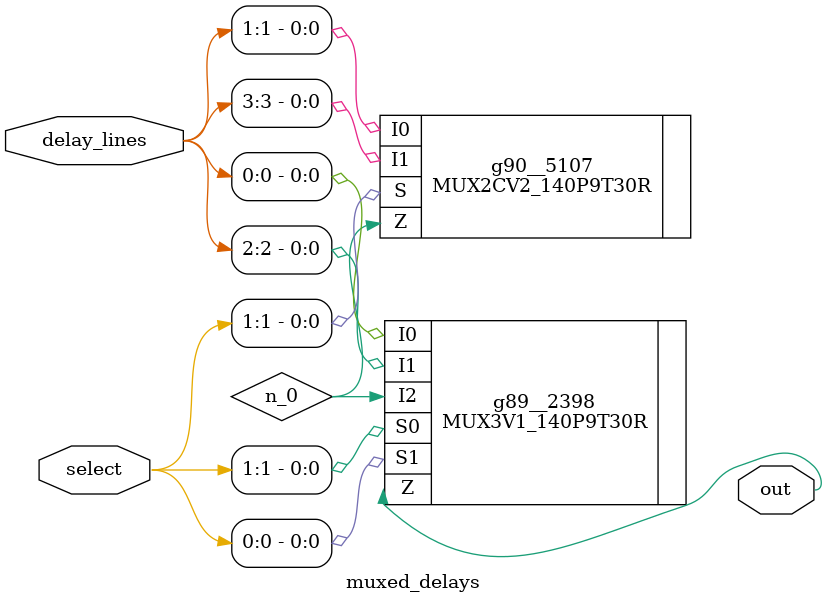
<source format=v>


// Verification Directory fv/muxed_delays 

module muxed_delays(delay_lines, select, out);
  input [3:0] delay_lines;
  input [1:0] select;
  output out;
  wire [3:0] delay_lines;
  wire [1:0] select;
  wire out;
  wire n_0;
  MUX3V1_140P9T30R g89__2398(.I0 (delay_lines[0]), .I1
       (delay_lines[2]), .I2 (n_0), .S0 (select[1]), .S1 (select[0]),
       .Z (out));
  MUX2CV2_140P9T30R g90__5107(.I0 (delay_lines[1]), .I1
       (delay_lines[3]), .S (select[1]), .Z (n_0));
endmodule


</source>
